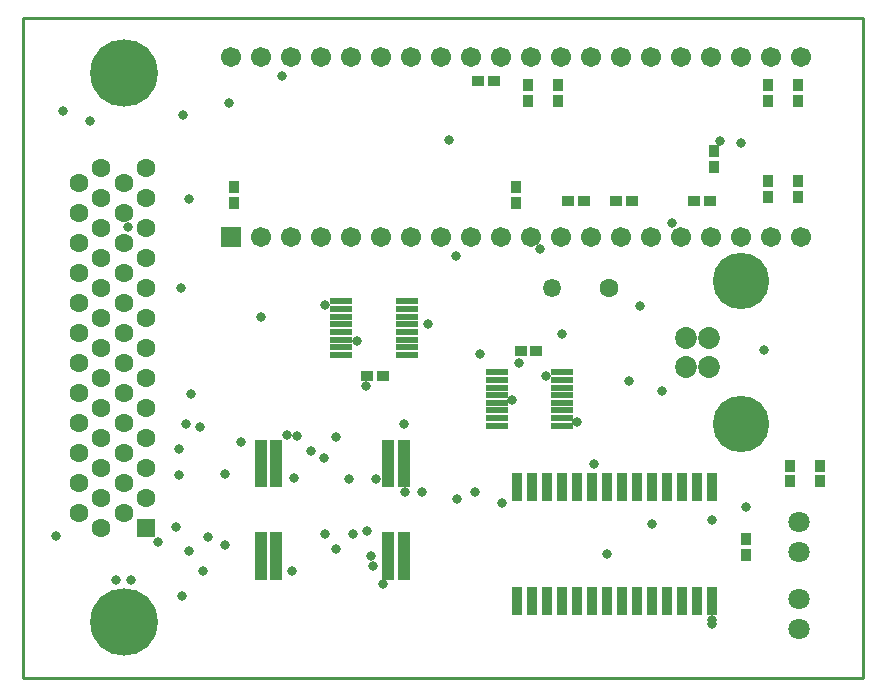
<source format=gbs>
%FSLAX23Y23*%
%MOIN*%
G70*
G01*
G75*
%ADD10R,0.134X0.071*%
%ADD11C,0.008*%
%ADD12C,0.012*%
%ADD13C,0.010*%
%ADD14C,0.063*%
%ADD15C,0.055*%
%ADD16P,0.055X8X0*%
%ADD17C,0.180*%
%ADD18C,0.065*%
%ADD19R,0.055X0.055*%
%ADD20C,0.217*%
%ADD21R,0.059X0.059*%
%ADD22C,0.059*%
%ADD23C,0.025*%
%ADD24R,0.035X0.028*%
%ADD25R,0.028X0.035*%
%ADD26R,0.031X0.012*%
%ADD27R,0.065X0.012*%
%ADD28R,0.024X0.087*%
%ADD29C,0.008*%
%ADD30C,0.007*%
%ADD31C,0.009*%
%ADD32C,0.006*%
%ADD33R,0.008X0.020*%
%ADD34R,0.008X0.020*%
%ADD35C,0.010*%
%ADD36R,0.142X0.079*%
%ADD37C,0.071*%
%ADD38C,0.063*%
%ADD39P,0.063X8X0*%
%ADD40C,0.188*%
%ADD41C,0.073*%
%ADD42R,0.063X0.063*%
%ADD43C,0.225*%
%ADD44R,0.067X0.067*%
%ADD45C,0.067*%
%ADD46C,0.033*%
%ADD47R,0.043X0.036*%
%ADD48R,0.036X0.043*%
%ADD49R,0.039X0.020*%
%ADD50R,0.073X0.020*%
%ADD51R,0.032X0.095*%
D13*
Y2200D02*
X2800D01*
Y0D02*
Y2200D01*
X0Y0D02*
X2800D01*
X0D02*
Y2201D01*
D37*
X2587Y163D02*
D03*
Y263D02*
D03*
Y421D02*
D03*
Y521D02*
D03*
D38*
X1956Y1300D02*
D03*
X338Y550D02*
D03*
X262Y500D02*
D03*
X188Y550D02*
D03*
X412Y600D02*
D03*
X338Y650D02*
D03*
X262Y600D02*
D03*
X188Y650D02*
D03*
X412Y700D02*
D03*
X338Y750D02*
D03*
X262Y700D02*
D03*
X188Y750D02*
D03*
X412Y800D02*
D03*
X338Y850D02*
D03*
X262Y800D02*
D03*
X188Y850D02*
D03*
X412Y900D02*
D03*
X338Y950D02*
D03*
X262Y900D02*
D03*
X188Y950D02*
D03*
X412Y1000D02*
D03*
X338Y1050D02*
D03*
X262Y1000D02*
D03*
X188Y1050D02*
D03*
X412Y1100D02*
D03*
X338Y1150D02*
D03*
X262Y1100D02*
D03*
X188Y1150D02*
D03*
X412Y1200D02*
D03*
X338Y1250D02*
D03*
X262Y1200D02*
D03*
X188Y1250D02*
D03*
X412Y1300D02*
D03*
X338Y1350D02*
D03*
X262Y1300D02*
D03*
X188Y1350D02*
D03*
X412Y1400D02*
D03*
X338Y1450D02*
D03*
X262Y1400D02*
D03*
X188Y1450D02*
D03*
X412Y1500D02*
D03*
X338Y1550D02*
D03*
X262Y1500D02*
D03*
X188Y1550D02*
D03*
X412Y1600D02*
D03*
X338Y1650D02*
D03*
X262Y1600D02*
D03*
X188Y1650D02*
D03*
X412Y1700D02*
D03*
X262D02*
D03*
D39*
X1764Y1300D02*
D03*
D40*
X2395Y848D02*
D03*
Y1322D02*
D03*
D41*
X2288Y1036D02*
D03*
X2210D02*
D03*
Y1134D02*
D03*
X2288Y1134D02*
D03*
D42*
X412Y500D02*
D03*
D43*
X338Y185D02*
D03*
Y2015D02*
D03*
D44*
X695Y1470D02*
D03*
D45*
X795D02*
D03*
X895D02*
D03*
X995D02*
D03*
X1095D02*
D03*
X1195D02*
D03*
X1295D02*
D03*
X1395D02*
D03*
X1495D02*
D03*
X1595D02*
D03*
X1695D02*
D03*
X1795D02*
D03*
X1895D02*
D03*
X1995D02*
D03*
X2095D02*
D03*
X2195D02*
D03*
X2295D02*
D03*
X2395D02*
D03*
X2495D02*
D03*
X2595D02*
D03*
X695Y2070D02*
D03*
X795D02*
D03*
X895D02*
D03*
X995D02*
D03*
X1095D02*
D03*
X1195D02*
D03*
X1295D02*
D03*
X1395D02*
D03*
X1495D02*
D03*
X1595D02*
D03*
X1695D02*
D03*
X1795D02*
D03*
X1895D02*
D03*
X1995D02*
D03*
X2095D02*
D03*
X2195D02*
D03*
X2295D02*
D03*
X2395D02*
D03*
X2495D02*
D03*
X2595D02*
D03*
D46*
X1270Y845D02*
D03*
X2413Y569D02*
D03*
X2325Y1791D02*
D03*
X2057Y1240D02*
D03*
X1114Y1123D02*
D03*
X1045Y803D02*
D03*
X1599Y582D02*
D03*
X1008Y1243D02*
D03*
X1421Y1793D02*
D03*
X1849Y853D02*
D03*
X1448Y598D02*
D03*
X1744Y1006D02*
D03*
X1799Y1148D02*
D03*
X2472Y1094D02*
D03*
X2021Y991D02*
D03*
X727Y787D02*
D03*
X1948Y413D02*
D03*
X554Y423D02*
D03*
X2098Y512D02*
D03*
X617Y470D02*
D03*
X2395Y1783D02*
D03*
X1633Y927D02*
D03*
X1655Y1049D02*
D03*
X1446Y1405D02*
D03*
X2298Y179D02*
D03*
X2133Y956D02*
D03*
X2298Y193D02*
D03*
X1353Y1179D02*
D03*
X1146Y972D02*
D03*
X864Y2008D02*
D03*
X1526Y1079D02*
D03*
X2298Y525D02*
D03*
X1905Y713D02*
D03*
X563Y945D02*
D03*
X592Y836D02*
D03*
X520Y764D02*
D03*
Y678D02*
D03*
X544Y845D02*
D03*
X794Y1202D02*
D03*
X535Y1878D02*
D03*
X1333Y621D02*
D03*
X351Y1504D02*
D03*
X1726Y1430D02*
D03*
X1507Y621D02*
D03*
X1275D02*
D03*
X1177Y662D02*
D03*
X1089D02*
D03*
X224Y1856D02*
D03*
X313Y326D02*
D03*
X362D02*
D03*
X451Y452D02*
D03*
X513Y502D02*
D03*
X676Y443D02*
D03*
Y679D02*
D03*
X906Y666D02*
D03*
X135Y1889D02*
D03*
X688Y1917D02*
D03*
X529Y1299D02*
D03*
X1005Y732D02*
D03*
X963Y758D02*
D03*
X2164Y1517D02*
D03*
X916Y805D02*
D03*
X881Y810D02*
D03*
X1149Y491D02*
D03*
X533Y274D02*
D03*
X1100Y479D02*
D03*
X113Y474D02*
D03*
X1008Y480D02*
D03*
X1046Y430D02*
D03*
X1163Y407D02*
D03*
X556Y1597D02*
D03*
X1168Y374D02*
D03*
X1203Y313D02*
D03*
X603Y355D02*
D03*
X898D02*
D03*
D47*
X1871Y1590D02*
D03*
X1819D02*
D03*
X2291D02*
D03*
X2239D02*
D03*
X1519Y1990D02*
D03*
X1571D02*
D03*
X1660Y1090D02*
D03*
X1712D02*
D03*
X1201Y1006D02*
D03*
X1149D02*
D03*
X2031Y1590D02*
D03*
X1979D02*
D03*
D48*
X1645Y1584D02*
D03*
Y1636D02*
D03*
X705D02*
D03*
Y1584D02*
D03*
X2485Y1604D02*
D03*
Y1656D02*
D03*
X2585Y1604D02*
D03*
Y1656D02*
D03*
Y1976D02*
D03*
Y1924D02*
D03*
X2485Y1976D02*
D03*
Y1924D02*
D03*
X2305Y1704D02*
D03*
Y1756D02*
D03*
X2413Y462D02*
D03*
Y410D02*
D03*
X2659Y655D02*
D03*
Y707D02*
D03*
X1785Y1976D02*
D03*
Y1924D02*
D03*
X1685Y1976D02*
D03*
Y1924D02*
D03*
X2559Y707D02*
D03*
Y655D02*
D03*
D49*
X846Y646D02*
D03*
X794D02*
D03*
X846Y666D02*
D03*
X794D02*
D03*
X846Y685D02*
D03*
X794D02*
D03*
X846Y705D02*
D03*
X794D02*
D03*
X846Y725D02*
D03*
X794D02*
D03*
X846Y744D02*
D03*
X794D02*
D03*
X846Y764D02*
D03*
X794D02*
D03*
X846Y784D02*
D03*
X794D02*
D03*
X1270Y646D02*
D03*
X1218D02*
D03*
X1270Y666D02*
D03*
X1218D02*
D03*
X1270Y685D02*
D03*
X1218D02*
D03*
X1270Y705D02*
D03*
X1218D02*
D03*
X1270Y725D02*
D03*
X1218D02*
D03*
X1270Y744D02*
D03*
X1218D02*
D03*
X1270Y764D02*
D03*
X1218D02*
D03*
X1270Y784D02*
D03*
X1218D02*
D03*
X846Y338D02*
D03*
X794D02*
D03*
X846Y358D02*
D03*
X794D02*
D03*
X846Y378D02*
D03*
X794D02*
D03*
X846Y397D02*
D03*
X794D02*
D03*
X846Y417D02*
D03*
X794D02*
D03*
X846Y437D02*
D03*
X794D02*
D03*
X846Y456D02*
D03*
X794D02*
D03*
X846Y476D02*
D03*
X794D02*
D03*
X1270Y338D02*
D03*
X1218D02*
D03*
X1270Y358D02*
D03*
X1218D02*
D03*
X1270Y378D02*
D03*
X1218D02*
D03*
X1270Y397D02*
D03*
X1218D02*
D03*
X1270Y417D02*
D03*
X1218D02*
D03*
X1270Y437D02*
D03*
X1218D02*
D03*
X1270Y456D02*
D03*
X1218D02*
D03*
X1270Y476D02*
D03*
X1218D02*
D03*
D50*
X1281Y1256D02*
D03*
Y1230D02*
D03*
Y1204D02*
D03*
Y1179D02*
D03*
Y1153D02*
D03*
Y1128D02*
D03*
Y1102D02*
D03*
Y1076D02*
D03*
X1063Y1256D02*
D03*
Y1230D02*
D03*
Y1204D02*
D03*
Y1179D02*
D03*
Y1153D02*
D03*
Y1128D02*
D03*
Y1102D02*
D03*
Y1076D02*
D03*
X1581Y840D02*
D03*
Y866D02*
D03*
Y892D02*
D03*
Y917D02*
D03*
Y943D02*
D03*
Y968D02*
D03*
Y994D02*
D03*
Y1020D02*
D03*
X1799Y840D02*
D03*
Y866D02*
D03*
Y892D02*
D03*
Y917D02*
D03*
Y943D02*
D03*
Y968D02*
D03*
Y994D02*
D03*
Y1020D02*
D03*
D51*
X1648Y636D02*
D03*
X1698D02*
D03*
X1748D02*
D03*
X1798D02*
D03*
X1848D02*
D03*
X1898D02*
D03*
X1948D02*
D03*
X1998D02*
D03*
X2048D02*
D03*
X2098D02*
D03*
X2148D02*
D03*
X2198D02*
D03*
X2248D02*
D03*
X2298D02*
D03*
X1648Y256D02*
D03*
X1698D02*
D03*
X1748D02*
D03*
X1798D02*
D03*
X1848D02*
D03*
X1898D02*
D03*
X1948D02*
D03*
X1998D02*
D03*
X2048D02*
D03*
X2098D02*
D03*
X2148D02*
D03*
X2198D02*
D03*
X2248D02*
D03*
X2298D02*
D03*
M02*

</source>
